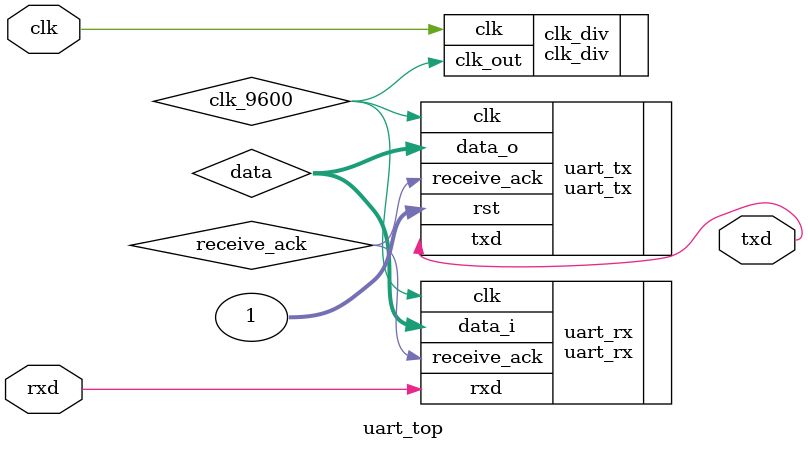
<source format=v>
`timescale 1ns / 1ps


module uart_top#(parameter width =8)(
       output txd,
       input rxd,
       input clk
    );
    
    wire clk_9600;
    wire receive_ack;
    wire [width-1:0] data;
    //´®¿Ú·¢ËÍÄ£¿é
    uart_tx uart_tx
    (
     .clk(clk_9600),
     .txd(txd),
     .rst(1),
     .data_o(data),
     .receive_ack(receive_ack)
    );
    //´®¿Ú½ÓÊÕÄ£¿é
    uart_rx uart_rx
    (
      .clk(clk_9600),
      .rxd(rxd),
      .data_i(data),
      .receive_ack(receive_ack)
    );
    //Ê±ÖÓÄ£¿é
    clk_div clk_div
    (
      .clk(clk),
      .clk_out(clk_9600)
    );
endmodule

</source>
